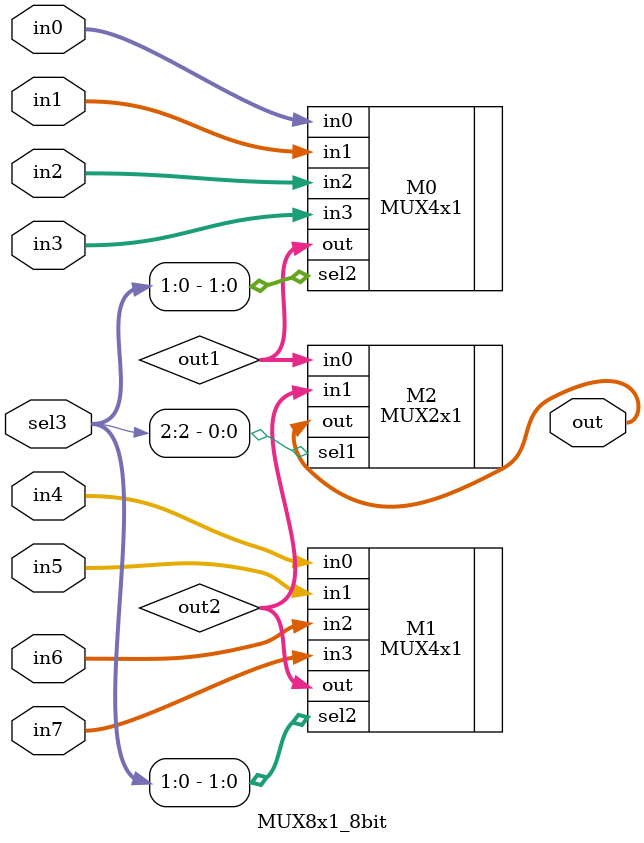
<source format=sv>
`timescale 1ns / 1ps


module MUX8x1_8bit(input [2:0] sel3, 
                input [7:0] in0,in1,in2,in3,in4,in5,in6,in7,
                output reg [7:0] out
    );
    
wire [7:0] out1, out2;
MUX4x1 M0(.sel2(sel3[1:0]), .in0(in0), .in1(in1), .in2(in2), .in3(in3), .out(out1));
MUX4x1 M1(.sel2(sel3[1:0]), .in0(in4), .in1(in5), .in2(in6), .in3(in7), .out(out2));

MUX2x1 M2(.sel1(sel3[2]),  .in0(out1), .in1(out2), .out(out));

endmodule

</source>
